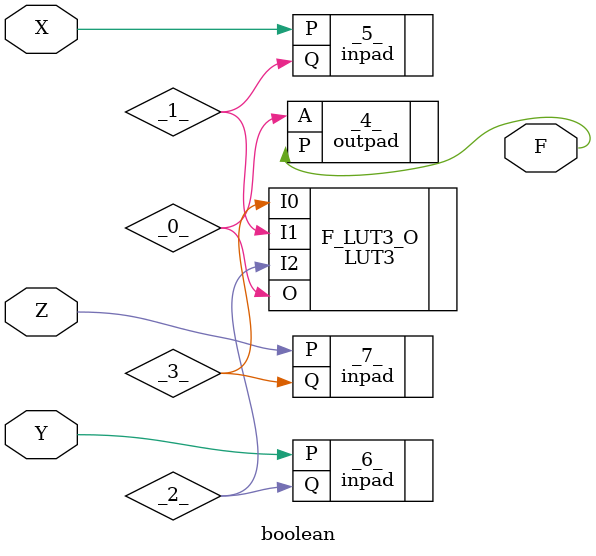
<source format=v>
/* Generated by Yosys 0.9+2406 (git sha1 ca763e6d5, gcc 10.2.1-6 -fPIC -Os) */

(* top =  1  *)
(* src = "/data/data/com.termux/files/home/fpga-examples/blink/helloworldfpga.v:1.2-6.10" *)
module boolean(X, Y, Z, F);
  wire _0_;
  wire _1_;
  wire _2_;
  wire _3_;
  (* src = "/data/data/com.termux/files/home/fpga-examples/blink/helloworldfpga.v:3.10-3.11" *)
  output F;
  (* src = "/data/data/com.termux/files/home/fpga-examples/blink/helloworldfpga.v:2.9-2.10" *)
  input X;
  (* src = "/data/data/com.termux/files/home/fpga-examples/blink/helloworldfpga.v:2.11-2.12" *)
  input Y;
  (* src = "/data/data/com.termux/files/home/fpga-examples/blink/helloworldfpga.v:2.13-2.14" *)
  input Z;
  (* keep = 32'd1 *)
  outpad #(
    .IO_LOC("X10Y32"),
    .IO_PAD("27"),
    .IO_TYPE("BIDIR")
  ) _4_ (
    .A(_0_),
    .P(F)
  );
  (* keep = 32'd1 *)
  inpad #(
    .IO_LOC("X20Y32"),
    .IO_PAD("33"),
    .IO_TYPE("BIDIR")
  ) _5_ (
    .P(X),
    .Q(_1_)
  );
  (* keep = 32'd1 *)
  inpad #(
    .IO_LOC("X16Y32"),
    .IO_PAD("31"),
    .IO_TYPE("BIDIR")
  ) _6_ (
    .P(Y),
    .Q(_2_)
  );
  (* keep = 32'd1 *)
  inpad #(
    .IO_LOC("X30Y32"),
    .IO_PAD("38"),
    .IO_TYPE("BIDIR")
  ) _7_ (
    .P(Z),
    .Q(_3_)
  );
  (* module_not_derived = 32'd1 *)
  (* src = "/data/data/com.termux/files/home/symbiflow/bin/../share/yosys/quicklogic/pp3_lut_map.v:36.63-36.121" *)
  LUT3 #(
    .EQN("(~I0*I1*~I2)+(~I0*~I1*I2)"),
    .INIT(9'h028)
  ) F_LUT3_O (
    .I0(_3_),
    .I1(_1_),
    .I2(_2_),
    .O(_0_)
  );
endmodule

</source>
